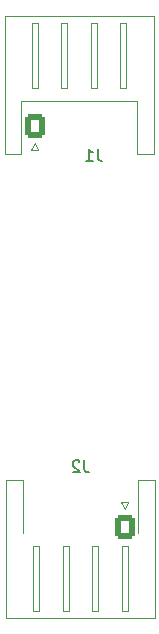
<source format=gbo>
G04 #@! TF.GenerationSoftware,KiCad,Pcbnew,7.0.8*
G04 #@! TF.CreationDate,2023-11-13T16:00:45+01:00*
G04 #@! TF.ProjectId,christmas,63687269-7374-46d6-9173-2e6b69636164,rev?*
G04 #@! TF.SameCoordinates,Original*
G04 #@! TF.FileFunction,Legend,Bot*
G04 #@! TF.FilePolarity,Positive*
%FSLAX46Y46*%
G04 Gerber Fmt 4.6, Leading zero omitted, Abs format (unit mm)*
G04 Created by KiCad (PCBNEW 7.0.8) date 2023-11-13 16:00:45*
%MOMM*%
%LPD*%
G01*
G04 APERTURE LIST*
G04 Aperture macros list*
%AMRoundRect*
0 Rectangle with rounded corners*
0 $1 Rounding radius*
0 $2 $3 $4 $5 $6 $7 $8 $9 X,Y pos of 4 corners*
0 Add a 4 corners polygon primitive as box body*
4,1,4,$2,$3,$4,$5,$6,$7,$8,$9,$2,$3,0*
0 Add four circle primitives for the rounded corners*
1,1,$1+$1,$2,$3*
1,1,$1+$1,$4,$5*
1,1,$1+$1,$6,$7*
1,1,$1+$1,$8,$9*
0 Add four rect primitives between the rounded corners*
20,1,$1+$1,$2,$3,$4,$5,0*
20,1,$1+$1,$4,$5,$6,$7,0*
20,1,$1+$1,$6,$7,$8,$9,0*
20,1,$1+$1,$8,$9,$2,$3,0*%
%AMHorizOval*
0 Thick line with rounded ends*
0 $1 width*
0 $2 $3 position (X,Y) of the first rounded end (center of the circle)*
0 $4 $5 position (X,Y) of the second rounded end (center of the circle)*
0 Add line between two ends*
20,1,$1,$2,$3,$4,$5,0*
0 Add two circle primitives to create the rounded ends*
1,1,$1,$2,$3*
1,1,$1,$4,$5*%
%AMRotRect*
0 Rectangle, with rotation*
0 The origin of the aperture is its center*
0 $1 length*
0 $2 width*
0 $3 Rotation angle, in degrees counterclockwise*
0 Add horizontal line*
21,1,$1,$2,0,0,$3*%
G04 Aperture macros list end*
%ADD10C,0.150000*%
%ADD11C,0.120000*%
%ADD12R,3.000000X3.200000*%
%ADD13C,1.750000*%
%ADD14R,1.800000X1.800000*%
%ADD15C,1.800000*%
%ADD16R,2.400000X1.600000*%
%ADD17O,2.400000X1.600000*%
%ADD18C,1.600000*%
%ADD19O,1.600000X1.600000*%
%ADD20HorizOval,1.600000X0.000000X0.000000X0.000000X0.000000X0*%
%ADD21HorizOval,1.600000X0.000000X0.000000X0.000000X0.000000X0*%
%ADD22HorizOval,1.600000X0.000000X0.000000X0.000000X0.000000X0*%
%ADD23HorizOval,1.600000X0.000000X0.000000X0.000000X0.000000X0*%
%ADD24C,2.200000*%
%ADD25HorizOval,1.600000X0.000000X0.000000X0.000000X0.000000X0*%
%ADD26RotRect,1.700000X1.700000X45.000000*%
%ADD27HorizOval,1.700000X0.000000X0.000000X0.000000X0.000000X0*%
%ADD28HorizOval,1.600000X0.000000X0.000000X0.000000X0.000000X0*%
%ADD29R,1.700000X1.700000*%
%ADD30O,1.700000X1.700000*%
%ADD31RotRect,1.800000X1.800000X315.000000*%
%ADD32HorizOval,1.600000X0.000000X0.000000X0.000000X0.000000X0*%
%ADD33RotRect,1.800000X1.800000X135.000000*%
%ADD34R,1.600000X1.600000*%
%ADD35RotRect,1.800000X1.800000X225.000000*%
%ADD36RotRect,1.800000X1.800000X45.000000*%
%ADD37HorizOval,1.600000X0.000000X0.000000X0.000000X0.000000X0*%
%ADD38RoundRect,0.250000X-0.600000X-0.725000X0.600000X-0.725000X0.600000X0.725000X-0.600000X0.725000X0*%
%ADD39O,1.700000X1.950000*%
%ADD40RoundRect,0.250000X0.600000X0.725000X-0.600000X0.725000X-0.600000X-0.725000X0.600000X-0.725000X0*%
G04 APERTURE END LIST*
D10*
X167719333Y-86576819D02*
X167719333Y-87291104D01*
X167719333Y-87291104D02*
X167766952Y-87433961D01*
X167766952Y-87433961D02*
X167862190Y-87529200D01*
X167862190Y-87529200D02*
X168005047Y-87576819D01*
X168005047Y-87576819D02*
X168100285Y-87576819D01*
X166719333Y-87576819D02*
X167290761Y-87576819D01*
X167005047Y-87576819D02*
X167005047Y-86576819D01*
X167005047Y-86576819D02*
X167100285Y-86719676D01*
X167100285Y-86719676D02*
X167195523Y-86814914D01*
X167195523Y-86814914D02*
X167290761Y-86862533D01*
X166603333Y-112954819D02*
X166603333Y-113669104D01*
X166603333Y-113669104D02*
X166650952Y-113811961D01*
X166650952Y-113811961D02*
X166746190Y-113907200D01*
X166746190Y-113907200D02*
X166889047Y-113954819D01*
X166889047Y-113954819D02*
X166984285Y-113954819D01*
X166174761Y-113050057D02*
X166127142Y-113002438D01*
X166127142Y-113002438D02*
X166031904Y-112954819D01*
X166031904Y-112954819D02*
X165793809Y-112954819D01*
X165793809Y-112954819D02*
X165698571Y-113002438D01*
X165698571Y-113002438D02*
X165650952Y-113050057D01*
X165650952Y-113050057D02*
X165603333Y-113145295D01*
X165603333Y-113145295D02*
X165603333Y-113240533D01*
X165603333Y-113240533D02*
X165650952Y-113383390D01*
X165650952Y-113383390D02*
X166222380Y-113954819D01*
X166222380Y-113954819D02*
X165603333Y-113954819D01*
D11*
X159840000Y-75290000D02*
X159840000Y-87010000D01*
X159840000Y-87010000D02*
X161260000Y-87010000D01*
X161260000Y-82510000D02*
X166150000Y-82510000D01*
X161260000Y-87010000D02*
X161260000Y-82510000D01*
X162100000Y-86700000D02*
X162700000Y-86700000D01*
X162150000Y-75900000D02*
X162650000Y-75900000D01*
X162150000Y-81400000D02*
X162150000Y-75900000D01*
X162400000Y-86100000D02*
X162100000Y-86700000D01*
X162650000Y-75900000D02*
X162650000Y-81400000D01*
X162650000Y-81400000D02*
X162150000Y-81400000D01*
X162700000Y-86700000D02*
X162400000Y-86100000D01*
X164650000Y-75900000D02*
X165150000Y-75900000D01*
X164650000Y-81400000D02*
X164650000Y-75900000D01*
X165150000Y-75900000D02*
X165150000Y-81400000D01*
X165150000Y-81400000D02*
X164650000Y-81400000D01*
X166150000Y-75290000D02*
X159840000Y-75290000D01*
X166150000Y-75290000D02*
X172460000Y-75290000D01*
X167150000Y-75900000D02*
X167650000Y-75900000D01*
X167150000Y-81400000D02*
X167150000Y-75900000D01*
X167650000Y-75900000D02*
X167650000Y-81400000D01*
X167650000Y-81400000D02*
X167150000Y-81400000D01*
X169650000Y-75900000D02*
X170150000Y-75900000D01*
X169650000Y-81400000D02*
X169650000Y-75900000D01*
X170150000Y-75900000D02*
X170150000Y-81400000D01*
X170150000Y-81400000D02*
X169650000Y-81400000D01*
X171040000Y-82510000D02*
X166150000Y-82510000D01*
X171040000Y-87010000D02*
X171040000Y-82510000D01*
X172460000Y-75290000D02*
X172460000Y-87010000D01*
X172460000Y-87010000D02*
X171040000Y-87010000D01*
X172580000Y-126310000D02*
X172580000Y-114590000D01*
X172580000Y-114590000D02*
X171160000Y-114590000D01*
X171160000Y-114590000D02*
X171160000Y-119090000D01*
X170320000Y-116500000D02*
X169720000Y-116500000D01*
X170270000Y-125700000D02*
X169770000Y-125700000D01*
X170270000Y-120200000D02*
X170270000Y-125700000D01*
X170020000Y-117100000D02*
X170320000Y-116500000D01*
X169770000Y-125700000D02*
X169770000Y-120200000D01*
X169770000Y-120200000D02*
X170270000Y-120200000D01*
X169720000Y-116500000D02*
X170020000Y-117100000D01*
X167770000Y-125700000D02*
X167270000Y-125700000D01*
X167770000Y-120200000D02*
X167770000Y-125700000D01*
X167270000Y-125700000D02*
X167270000Y-120200000D01*
X167270000Y-120200000D02*
X167770000Y-120200000D01*
X166270000Y-126310000D02*
X172580000Y-126310000D01*
X166270000Y-126310000D02*
X159960000Y-126310000D01*
X165270000Y-125700000D02*
X164770000Y-125700000D01*
X165270000Y-120200000D02*
X165270000Y-125700000D01*
X164770000Y-125700000D02*
X164770000Y-120200000D01*
X164770000Y-120200000D02*
X165270000Y-120200000D01*
X162770000Y-125700000D02*
X162270000Y-125700000D01*
X162770000Y-120200000D02*
X162770000Y-125700000D01*
X162270000Y-125700000D02*
X162270000Y-120200000D01*
X162270000Y-120200000D02*
X162770000Y-120200000D01*
X161380000Y-114590000D02*
X161380000Y-119090000D01*
X159960000Y-126310000D02*
X159960000Y-114590000D01*
X159960000Y-114590000D02*
X161380000Y-114590000D01*
%LPC*%
D12*
X147700000Y-121600000D03*
X157100000Y-121600000D03*
D13*
X149900000Y-128600000D03*
X152400000Y-128600000D03*
X154900000Y-128600000D03*
D12*
X147700000Y-81600000D03*
X157100000Y-81600000D03*
D13*
X149900000Y-88600000D03*
X152400000Y-88600000D03*
X154900000Y-88600000D03*
D14*
X187400000Y-101600000D03*
D15*
X187400000Y-104140000D03*
D16*
X157480000Y-92710000D03*
D17*
X157480000Y-95250000D03*
X157480000Y-97790000D03*
X157480000Y-100330000D03*
X157480000Y-102870000D03*
X157480000Y-105410000D03*
X157480000Y-107950000D03*
X157480000Y-110490000D03*
X167640000Y-110490000D03*
X167640000Y-107950000D03*
X167640000Y-105410000D03*
X167640000Y-102870000D03*
X167640000Y-100330000D03*
X167640000Y-97790000D03*
X167640000Y-95250000D03*
X167640000Y-92710000D03*
D18*
X133340000Y-120640000D03*
D19*
X133340000Y-113020000D03*
D18*
X161925000Y-135890000D03*
D20*
X168964962Y-132973952D03*
D18*
X133340000Y-105440000D03*
X133340000Y-110440000D03*
X171159981Y-71308024D03*
D21*
X164120019Y-68391976D03*
D18*
X187066048Y-93399962D03*
D22*
X184150000Y-86360000D03*
D18*
X138510000Y-85090000D03*
X143510000Y-85090000D03*
D14*
X152400000Y-136600000D03*
D15*
X149860000Y-136600000D03*
D18*
X182691976Y-120359981D03*
D23*
X185608024Y-113320019D03*
D24*
X182400000Y-96520000D03*
D14*
X152400000Y-66600000D03*
D15*
X154940000Y-66600000D03*
D18*
X133350000Y-101600000D03*
D19*
X133350000Y-93980000D03*
D18*
X122108024Y-84110019D03*
D25*
X119191976Y-91149981D03*
D26*
X177908949Y-86468949D03*
D27*
X179705000Y-88265000D03*
D24*
X182400000Y-109100000D03*
D18*
X134910019Y-131891976D03*
D28*
X141949981Y-134808024D03*
D29*
X127635000Y-107950000D03*
D30*
X127635000Y-110490000D03*
X127635000Y-113030000D03*
D31*
X177148737Y-76851262D03*
D15*
X178944788Y-78647313D03*
D14*
X117400000Y-101600000D03*
D15*
X117400000Y-99060000D03*
D18*
X117921976Y-110780019D03*
D32*
X120838024Y-117819981D03*
D18*
X160060000Y-88900000D03*
X165060000Y-88900000D03*
X138470000Y-101600000D03*
X143470000Y-101600000D03*
D33*
X127651262Y-126348737D03*
D15*
X125855211Y-124552686D03*
D34*
X137160000Y-105410000D03*
D19*
X137160000Y-107950000D03*
X137160000Y-110490000D03*
X137160000Y-113030000D03*
X144780000Y-113030000D03*
X144780000Y-110490000D03*
X144780000Y-107950000D03*
X144780000Y-105410000D03*
D35*
X177148737Y-126348737D03*
D15*
X175352686Y-128144788D03*
D29*
X171980000Y-92960000D03*
D30*
X171980000Y-95500000D03*
X171980000Y-98040000D03*
D36*
X127651262Y-76851262D03*
D15*
X129447313Y-75055211D03*
D34*
X137170000Y-88910000D03*
D19*
X137170000Y-91450000D03*
X137170000Y-93990000D03*
X137170000Y-96530000D03*
X144790000Y-96530000D03*
X144790000Y-93990000D03*
X144790000Y-91450000D03*
X144790000Y-88910000D03*
D29*
X127635000Y-90805000D03*
D30*
X127635000Y-93345000D03*
X127635000Y-95885000D03*
D18*
X143219981Y-67121976D03*
D37*
X136180019Y-70038024D03*
D18*
X148590000Y-107990000D03*
X148590000Y-112990000D03*
X133350000Y-86400000D03*
X133350000Y-91400000D03*
X148590000Y-91480000D03*
X148590000Y-96480000D03*
D38*
X162400000Y-84600000D03*
D39*
X164900000Y-84600000D03*
X167400000Y-84600000D03*
X169900000Y-84600000D03*
D40*
X170020000Y-118600000D03*
D39*
X167520000Y-118600000D03*
X165020000Y-118600000D03*
X162520000Y-118600000D03*
%LPD*%
M02*

</source>
